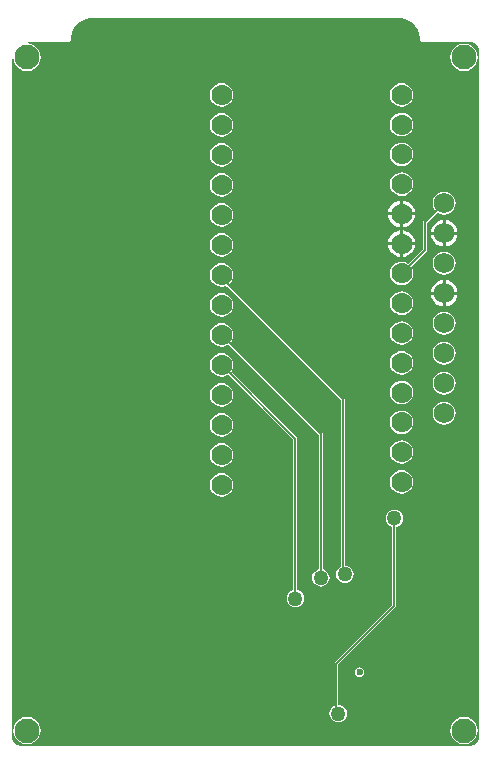
<source format=gbl>
G04*
G04 #@! TF.GenerationSoftware,Altium Limited,Altium Designer,20.1.14 (287)*
G04*
G04 Layer_Physical_Order=2*
G04 Layer_Color=16711680*
%FSLAX43Y43*%
%MOMM*%
G71*
G04*
G04 #@! TF.SameCoordinates,2B19F274-0338-4189-8154-59E22298D11E*
G04*
G04*
G04 #@! TF.FilePolarity,Positive*
G04*
G01*
G75*
%ADD11C,0.127*%
%ADD62C,1.750*%
%ADD63C,1.778*%
%ADD64C,2.100*%
%ADD65C,0.600*%
%ADD66C,1.270*%
G36*
X6482Y61724D02*
X6156Y61589D01*
X5862Y61392D01*
X5613Y61143D01*
X5416Y60849D01*
X5281Y60523D01*
X5212Y60176D01*
Y60000D01*
X5196Y59921D01*
X5152Y59853D01*
X5084Y59808D01*
X5005Y59793D01*
X1712D01*
X1712Y59793D01*
X1712Y59793D01*
X1712Y59793D01*
X1652Y59793D01*
X1629Y59772D01*
X1672Y59638D01*
X1805Y59620D01*
X2085Y59505D01*
X2325Y59320D01*
X2510Y59080D01*
X2625Y58800D01*
X2665Y58500D01*
X2625Y58200D01*
X2510Y57920D01*
X2325Y57680D01*
X2085Y57495D01*
X1805Y57380D01*
X1505Y57340D01*
X1205Y57380D01*
X925Y57495D01*
X685Y57680D01*
X500Y57920D01*
X385Y58200D01*
X367Y58333D01*
X233Y58376D01*
X212Y58353D01*
X212Y58293D01*
X212Y1000D01*
Y922D01*
X243Y769D01*
X302Y624D01*
X389Y495D01*
X500Y384D01*
X630Y297D01*
X774Y238D01*
X927Y207D01*
X39083D01*
X39236Y238D01*
X39381Y297D01*
X39510Y384D01*
X39621Y495D01*
X39708Y624D01*
X39767Y769D01*
X39798Y922D01*
Y1000D01*
Y59000D01*
Y59078D01*
X39767Y59231D01*
X39708Y59375D01*
X39621Y59505D01*
X39510Y59616D01*
X39381Y59702D01*
X39236Y59762D01*
X39083Y59793D01*
X35005D01*
X34926Y59808D01*
X34859Y59853D01*
X34814Y59921D01*
X34798Y60000D01*
Y60176D01*
X34729Y60523D01*
X34594Y60849D01*
X34398Y61143D01*
X34148Y61392D01*
X33854Y61589D01*
X33528Y61724D01*
X33182Y61793D01*
X6828D01*
X6482Y61724D01*
D02*
G37*
%LPC*%
G36*
X38505Y59660D02*
X38805Y59620D01*
X39085Y59505D01*
X39325Y59320D01*
X39509Y59080D01*
X39625Y58800D01*
X39665Y58500D01*
X39625Y58200D01*
X39509Y57920D01*
X39325Y57680D01*
X39085Y57495D01*
X38805Y57380D01*
X38505Y57340D01*
X38205Y57380D01*
X37925Y57495D01*
X37685Y57680D01*
X37500Y57920D01*
X37384Y58200D01*
X37345Y58500D01*
X37384Y58800D01*
X37500Y59080D01*
X37685Y59320D01*
X37925Y59505D01*
X38205Y59620D01*
X38505Y59660D01*
D02*
G37*
G36*
X17983Y56319D02*
X18241Y56285D01*
X18482Y56185D01*
X18689Y56027D01*
X18847Y55820D01*
X18947Y55579D01*
X18981Y55321D01*
X18947Y55063D01*
X18847Y54822D01*
X18689Y54616D01*
X18482Y54457D01*
X18241Y54358D01*
X17983Y54324D01*
X17725Y54358D01*
X17484Y54457D01*
X17278Y54616D01*
X17119Y54822D01*
X17020Y55063D01*
X16986Y55321D01*
X17020Y55579D01*
X17119Y55820D01*
X17278Y56027D01*
X17484Y56185D01*
X17725Y56285D01*
X17983Y56319D01*
D02*
G37*
G36*
X33223D02*
X33481Y56285D01*
X33722Y56185D01*
X33929Y56027D01*
X34087Y55820D01*
X34187Y55579D01*
X34221Y55321D01*
X34187Y55063D01*
X34087Y54822D01*
X33929Y54616D01*
X33722Y54457D01*
X33481Y54358D01*
X33223Y54324D01*
X32965Y54358D01*
X32724Y54457D01*
X32518Y54616D01*
X32359Y54822D01*
X32260Y55063D01*
X32226Y55321D01*
X32260Y55579D01*
X32359Y55820D01*
X32518Y56027D01*
X32724Y56185D01*
X32965Y56285D01*
X33223Y56319D01*
D02*
G37*
G36*
Y53798D02*
X33481Y53764D01*
X33722Y53665D01*
X33929Y53506D01*
X34087Y53300D01*
X34187Y53059D01*
X34221Y52801D01*
X34187Y52543D01*
X34087Y52302D01*
X33929Y52095D01*
X33722Y51937D01*
X33481Y51837D01*
X33223Y51803D01*
X32965Y51837D01*
X32724Y51937D01*
X32518Y52095D01*
X32359Y52302D01*
X32260Y52543D01*
X32226Y52801D01*
X32260Y53059D01*
X32359Y53300D01*
X32518Y53506D01*
X32724Y53665D01*
X32965Y53764D01*
X33223Y53798D01*
D02*
G37*
G36*
X17983Y53779D02*
X18241Y53745D01*
X18482Y53645D01*
X18689Y53487D01*
X18847Y53280D01*
X18947Y53039D01*
X18981Y52781D01*
X18947Y52523D01*
X18847Y52282D01*
X18689Y52076D01*
X18482Y51917D01*
X18241Y51818D01*
X17983Y51784D01*
X17725Y51818D01*
X17484Y51917D01*
X17278Y52076D01*
X17119Y52282D01*
X17020Y52523D01*
X16986Y52781D01*
X17020Y53039D01*
X17119Y53280D01*
X17278Y53487D01*
X17484Y53645D01*
X17725Y53745D01*
X17983Y53779D01*
D02*
G37*
G36*
X33223Y51278D02*
X33481Y51244D01*
X33722Y51144D01*
X33929Y50986D01*
X34087Y50779D01*
X34187Y50539D01*
X34221Y50280D01*
X34187Y50022D01*
X34087Y49782D01*
X33929Y49575D01*
X33722Y49416D01*
X33481Y49317D01*
X33223Y49283D01*
X32965Y49317D01*
X32724Y49416D01*
X32518Y49575D01*
X32359Y49782D01*
X32260Y50022D01*
X32226Y50280D01*
X32260Y50539D01*
X32359Y50779D01*
X32518Y50986D01*
X32724Y51144D01*
X32965Y51244D01*
X33223Y51278D01*
D02*
G37*
G36*
X17983Y51239D02*
X18241Y51205D01*
X18482Y51105D01*
X18689Y50947D01*
X18847Y50740D01*
X18947Y50499D01*
X18981Y50241D01*
X18947Y49983D01*
X18847Y49742D01*
X18689Y49536D01*
X18482Y49377D01*
X18241Y49278D01*
X17983Y49244D01*
X17725Y49278D01*
X17484Y49377D01*
X17278Y49536D01*
X17119Y49742D01*
X17020Y49983D01*
X16986Y50241D01*
X17020Y50499D01*
X17119Y50740D01*
X17278Y50947D01*
X17484Y51105D01*
X17725Y51205D01*
X17983Y51239D01*
D02*
G37*
G36*
X33223Y48757D02*
X33481Y48723D01*
X33722Y48624D01*
X33929Y48465D01*
X34087Y48259D01*
X34187Y48018D01*
X34221Y47760D01*
X34187Y47502D01*
X34087Y47261D01*
X33929Y47055D01*
X33722Y46896D01*
X33481Y46796D01*
X33223Y46762D01*
X32965Y46796D01*
X32724Y46896D01*
X32518Y47055D01*
X32359Y47261D01*
X32260Y47502D01*
X32226Y47760D01*
X32260Y48018D01*
X32359Y48259D01*
X32518Y48465D01*
X32724Y48624D01*
X32965Y48723D01*
X33223Y48757D01*
D02*
G37*
G36*
X17983Y48699D02*
X18241Y48665D01*
X18482Y48565D01*
X18689Y48407D01*
X18847Y48200D01*
X18947Y47959D01*
X18981Y47701D01*
X18947Y47443D01*
X18847Y47202D01*
X18689Y46996D01*
X18482Y46837D01*
X18241Y46738D01*
X17983Y46704D01*
X17725Y46738D01*
X17484Y46837D01*
X17278Y46996D01*
X17119Y47202D01*
X17020Y47443D01*
X16986Y47701D01*
X17020Y47959D01*
X17119Y48200D01*
X17278Y48407D01*
X17484Y48565D01*
X17725Y48665D01*
X17983Y48699D01*
D02*
G37*
G36*
X33096Y46376D02*
Y45366D01*
X32087D01*
X32110Y45538D01*
X32225Y45816D01*
X32408Y46055D01*
X32647Y46238D01*
X32925Y46353D01*
X33096Y46376D01*
D02*
G37*
G36*
X33350D02*
X33522Y46353D01*
X33800Y46238D01*
X34038Y46055D01*
X34222Y45816D01*
X34337Y45538D01*
X34359Y45366D01*
X33350D01*
Y46376D01*
D02*
G37*
G36*
X17983Y46159D02*
X18241Y46125D01*
X18482Y46025D01*
X18689Y45867D01*
X18847Y45660D01*
X18947Y45419D01*
X18981Y45161D01*
X18947Y44903D01*
X18847Y44662D01*
X18689Y44456D01*
X18482Y44297D01*
X18241Y44198D01*
X17983Y44164D01*
X17725Y44198D01*
X17484Y44297D01*
X17278Y44456D01*
X17119Y44662D01*
X17020Y44903D01*
X16986Y45161D01*
X17020Y45419D01*
X17119Y45660D01*
X17278Y45867D01*
X17484Y46025D01*
X17725Y46125D01*
X17983Y46159D01*
D02*
G37*
G36*
X32087Y45112D02*
X33096D01*
Y44103D01*
X32925Y44126D01*
X32647Y44241D01*
X32408Y44424D01*
X32225Y44663D01*
X32110Y44941D01*
X32087Y45112D01*
D02*
G37*
G36*
X33350D02*
X34359D01*
X34337Y44941D01*
X34222Y44663D01*
X34038Y44424D01*
X33800Y44241D01*
X33522Y44126D01*
X33350Y44103D01*
Y45112D01*
D02*
G37*
G36*
X36703Y44734D02*
Y43739D01*
X35708D01*
X35730Y43907D01*
X35844Y44181D01*
X36025Y44417D01*
X36261Y44598D01*
X36535Y44712D01*
X36703Y44734D01*
D02*
G37*
G36*
X36957D02*
X37125Y44712D01*
X37399Y44598D01*
X37635Y44417D01*
X37816Y44181D01*
X37930Y43907D01*
X37952Y43739D01*
X36957D01*
Y44734D01*
D02*
G37*
G36*
X33096Y43855D02*
Y42846D01*
X32087D01*
X32110Y43017D01*
X32225Y43295D01*
X32408Y43534D01*
X32647Y43717D01*
X32925Y43833D01*
X33096Y43855D01*
D02*
G37*
G36*
X33350D02*
X33522Y43833D01*
X33800Y43717D01*
X34038Y43534D01*
X34222Y43295D01*
X34337Y43017D01*
X34359Y42846D01*
X33350D01*
Y43855D01*
D02*
G37*
G36*
X35708Y43485D02*
X36703D01*
Y42490D01*
X36535Y42512D01*
X36261Y42626D01*
X36025Y42807D01*
X35844Y43042D01*
X35730Y43317D01*
X35708Y43485D01*
D02*
G37*
G36*
X36957D02*
X37952D01*
X37930Y43317D01*
X37816Y43042D01*
X37635Y42807D01*
X37399Y42626D01*
X37125Y42512D01*
X36957Y42490D01*
Y43485D01*
D02*
G37*
G36*
X17983Y43619D02*
X18241Y43585D01*
X18482Y43485D01*
X18689Y43327D01*
X18847Y43120D01*
X18947Y42879D01*
X18981Y42621D01*
X18947Y42363D01*
X18847Y42122D01*
X18689Y41916D01*
X18482Y41757D01*
X18241Y41658D01*
X17983Y41624D01*
X17725Y41658D01*
X17484Y41757D01*
X17278Y41916D01*
X17119Y42122D01*
X17020Y42363D01*
X16986Y42621D01*
X17020Y42879D01*
X17119Y43120D01*
X17278Y43327D01*
X17484Y43485D01*
X17725Y43585D01*
X17983Y43619D01*
D02*
G37*
G36*
X32087Y42592D02*
X33096D01*
Y41583D01*
X32925Y41605D01*
X32647Y41721D01*
X32408Y41904D01*
X32225Y42143D01*
X32110Y42421D01*
X32087Y42592D01*
D02*
G37*
G36*
X33350D02*
X34359D01*
X34337Y42421D01*
X34222Y42143D01*
X34038Y41904D01*
X33800Y41721D01*
X33522Y41605D01*
X33350Y41583D01*
Y42592D01*
D02*
G37*
G36*
X36830Y42055D02*
X37085Y42022D01*
X37322Y41923D01*
X37525Y41767D01*
X37682Y41564D01*
X37780Y41326D01*
X37813Y41072D01*
X37780Y40817D01*
X37682Y40580D01*
X37525Y40376D01*
X37322Y40220D01*
X37085Y40122D01*
X36830Y40088D01*
X36575Y40122D01*
X36338Y40220D01*
X36135Y40376D01*
X35978Y40580D01*
X35880Y40817D01*
X35847Y41072D01*
X35880Y41326D01*
X35978Y41564D01*
X36135Y41767D01*
X36338Y41923D01*
X36575Y42022D01*
X36830Y42055D01*
D02*
G37*
G36*
Y47135D02*
X37085Y47102D01*
X37322Y47003D01*
X37525Y46847D01*
X37682Y46644D01*
X37780Y46406D01*
X37813Y46152D01*
X37780Y45897D01*
X37682Y45660D01*
X37525Y45456D01*
X37322Y45300D01*
X37085Y45202D01*
X36830Y45168D01*
X36575Y45202D01*
X36338Y45300D01*
X36268Y45354D01*
X35396Y44483D01*
Y42205D01*
X35384Y42141D01*
X35348Y42087D01*
X34031Y40771D01*
X34087Y40697D01*
X34187Y40457D01*
X34221Y40199D01*
X34187Y39940D01*
X34087Y39700D01*
X33929Y39493D01*
X33722Y39335D01*
X33481Y39235D01*
X33223Y39201D01*
X32965Y39235D01*
X32724Y39335D01*
X32518Y39493D01*
X32359Y39700D01*
X32260Y39940D01*
X32226Y40199D01*
X32260Y40457D01*
X32359Y40697D01*
X32518Y40904D01*
X32724Y41062D01*
X32965Y41162D01*
X33223Y41196D01*
X33481Y41162D01*
X33722Y41062D01*
X33795Y41006D01*
X35063Y42274D01*
Y44552D01*
X35076Y44615D01*
X35112Y44669D01*
X36032Y45590D01*
X35978Y45660D01*
X35880Y45897D01*
X35847Y46152D01*
X35880Y46406D01*
X35978Y46644D01*
X36135Y46847D01*
X36338Y47003D01*
X36575Y47102D01*
X36830Y47135D01*
D02*
G37*
G36*
X17983Y41079D02*
X18241Y41045D01*
X18482Y40945D01*
X18689Y40787D01*
X18847Y40580D01*
X18947Y40339D01*
X18981Y40081D01*
X18947Y39823D01*
X18847Y39582D01*
X18689Y39376D01*
X18686Y39339D01*
X28346Y29679D01*
X28382Y29625D01*
X28395Y29561D01*
Y15497D01*
X28423Y15473D01*
X28614Y15448D01*
X28793Y15374D01*
X28947Y15256D01*
X29065Y15103D01*
X29139Y14924D01*
X29164Y14732D01*
X29139Y14540D01*
X29065Y14361D01*
X28947Y14208D01*
X28793Y14090D01*
X28614Y14016D01*
X28423Y13991D01*
X28231Y14016D01*
X28052Y14090D01*
X27898Y14208D01*
X27781Y14361D01*
X27707Y14540D01*
X27681Y14732D01*
X27707Y14924D01*
X27781Y15103D01*
X27898Y15256D01*
X28052Y15374D01*
X28062Y15378D01*
Y29492D01*
X18379Y39175D01*
X18241Y39118D01*
X17983Y39084D01*
X17725Y39118D01*
X17484Y39217D01*
X17278Y39376D01*
X17119Y39582D01*
X17020Y39823D01*
X16986Y40081D01*
X17020Y40339D01*
X17119Y40580D01*
X17278Y40787D01*
X17484Y40945D01*
X17725Y41045D01*
X17983Y41079D01*
D02*
G37*
G36*
X36703Y39654D02*
Y38659D01*
X35708D01*
X35730Y38827D01*
X35844Y39101D01*
X36025Y39337D01*
X36261Y39518D01*
X36535Y39632D01*
X36703Y39654D01*
D02*
G37*
G36*
X36957D02*
X37125Y39632D01*
X37399Y39518D01*
X37635Y39337D01*
X37816Y39101D01*
X37930Y38827D01*
X37952Y38659D01*
X36957D01*
Y39654D01*
D02*
G37*
G36*
X35708Y38405D02*
X36703D01*
Y37410D01*
X36535Y37432D01*
X36261Y37546D01*
X36025Y37727D01*
X35844Y37962D01*
X35730Y38237D01*
X35708Y38405D01*
D02*
G37*
G36*
X36957D02*
X37952D01*
X37930Y38237D01*
X37816Y37962D01*
X37635Y37727D01*
X37399Y37546D01*
X37125Y37432D01*
X36957Y37410D01*
Y38405D01*
D02*
G37*
G36*
X33223Y38676D02*
X33481Y38642D01*
X33722Y38542D01*
X33929Y38383D01*
X34087Y38177D01*
X34187Y37936D01*
X34221Y37678D01*
X34187Y37420D01*
X34087Y37179D01*
X33929Y36973D01*
X33722Y36814D01*
X33481Y36715D01*
X33223Y36681D01*
X32965Y36715D01*
X32724Y36814D01*
X32518Y36973D01*
X32359Y37179D01*
X32260Y37420D01*
X32226Y37678D01*
X32260Y37936D01*
X32359Y38177D01*
X32518Y38383D01*
X32724Y38542D01*
X32965Y38642D01*
X33223Y38676D01*
D02*
G37*
G36*
X17983Y38539D02*
X18241Y38505D01*
X18482Y38405D01*
X18689Y38247D01*
X18847Y38040D01*
X18947Y37799D01*
X18981Y37541D01*
X18947Y37283D01*
X18847Y37042D01*
X18689Y36836D01*
X18482Y36677D01*
X18241Y36578D01*
X17983Y36544D01*
X17725Y36578D01*
X17484Y36677D01*
X17278Y36836D01*
X17119Y37042D01*
X17020Y37283D01*
X16986Y37541D01*
X17020Y37799D01*
X17119Y38040D01*
X17278Y38247D01*
X17484Y38405D01*
X17725Y38505D01*
X17983Y38539D01*
D02*
G37*
G36*
X36830Y36975D02*
X37085Y36942D01*
X37322Y36843D01*
X37525Y36687D01*
X37682Y36484D01*
X37780Y36246D01*
X37813Y35992D01*
X37780Y35737D01*
X37682Y35500D01*
X37525Y35296D01*
X37322Y35140D01*
X37085Y35042D01*
X36830Y35008D01*
X36575Y35042D01*
X36338Y35140D01*
X36135Y35296D01*
X35978Y35500D01*
X35880Y35737D01*
X35847Y35992D01*
X35880Y36246D01*
X35978Y36484D01*
X36135Y36687D01*
X36338Y36843D01*
X36575Y36942D01*
X36830Y36975D01*
D02*
G37*
G36*
X33223Y36155D02*
X33481Y36121D01*
X33722Y36022D01*
X33929Y35863D01*
X34087Y35656D01*
X34187Y35416D01*
X34221Y35158D01*
X34187Y34899D01*
X34087Y34659D01*
X33929Y34452D01*
X33722Y34294D01*
X33481Y34194D01*
X33223Y34160D01*
X32965Y34194D01*
X32724Y34294D01*
X32518Y34452D01*
X32359Y34659D01*
X32260Y34899D01*
X32226Y35158D01*
X32260Y35416D01*
X32359Y35656D01*
X32518Y35863D01*
X32724Y36022D01*
X32965Y36121D01*
X33223Y36155D01*
D02*
G37*
G36*
X17983Y35999D02*
X18241Y35965D01*
X18482Y35865D01*
X18689Y35707D01*
X18847Y35500D01*
X18947Y35259D01*
X18981Y35001D01*
X18947Y34743D01*
X18847Y34502D01*
X18791Y34429D01*
X26508Y26712D01*
X26545Y26658D01*
X26557Y26594D01*
Y15147D01*
X26582Y15143D01*
X26761Y15069D01*
X26915Y14951D01*
X27033Y14798D01*
X27107Y14619D01*
X27132Y14427D01*
X27107Y14235D01*
X27033Y14057D01*
X26915Y13903D01*
X26761Y13785D01*
X26582Y13711D01*
X26391Y13686D01*
X26199Y13711D01*
X26020Y13785D01*
X25866Y13903D01*
X25749Y14057D01*
X25675Y14235D01*
X25649Y14427D01*
X25675Y14619D01*
X25749Y14798D01*
X25866Y14951D01*
X26020Y15069D01*
X26199Y15143D01*
X26224Y15147D01*
Y26525D01*
X18555Y34193D01*
X18482Y34137D01*
X18241Y34038D01*
X17983Y34004D01*
X17725Y34038D01*
X17484Y34137D01*
X17278Y34296D01*
X17119Y34502D01*
X17020Y34743D01*
X16986Y35001D01*
X17020Y35259D01*
X17119Y35500D01*
X17278Y35707D01*
X17484Y35865D01*
X17725Y35965D01*
X17983Y35999D01*
D02*
G37*
G36*
X36830Y34435D02*
X37085Y34402D01*
X37322Y34303D01*
X37525Y34147D01*
X37682Y33944D01*
X37780Y33706D01*
X37813Y33452D01*
X37780Y33197D01*
X37682Y32960D01*
X37525Y32756D01*
X37322Y32600D01*
X37085Y32502D01*
X36830Y32468D01*
X36575Y32502D01*
X36338Y32600D01*
X36135Y32756D01*
X35978Y32960D01*
X35880Y33197D01*
X35847Y33452D01*
X35880Y33706D01*
X35978Y33944D01*
X36135Y34147D01*
X36338Y34303D01*
X36575Y34402D01*
X36830Y34435D01*
D02*
G37*
G36*
X33223Y33634D02*
X33481Y33601D01*
X33722Y33501D01*
X33929Y33342D01*
X34087Y33136D01*
X34187Y32895D01*
X34221Y32637D01*
X34187Y32379D01*
X34087Y32138D01*
X33929Y31932D01*
X33722Y31773D01*
X33481Y31673D01*
X33223Y31639D01*
X32965Y31673D01*
X32724Y31773D01*
X32518Y31932D01*
X32359Y32138D01*
X32260Y32379D01*
X32226Y32637D01*
X32260Y32895D01*
X32359Y33136D01*
X32518Y33342D01*
X32724Y33501D01*
X32965Y33601D01*
X33223Y33634D01*
D02*
G37*
G36*
X17983Y33459D02*
X18241Y33425D01*
X18482Y33325D01*
X18689Y33167D01*
X18847Y32960D01*
X18947Y32719D01*
X18981Y32461D01*
X18947Y32203D01*
X18847Y31962D01*
X18791Y31889D01*
X24349Y26331D01*
X24386Y26277D01*
X24398Y26213D01*
Y13387D01*
X24423Y13384D01*
X24602Y13310D01*
X24756Y13192D01*
X24874Y13038D01*
X24948Y12859D01*
X24973Y12668D01*
X24948Y12476D01*
X24874Y12297D01*
X24756Y12143D01*
X24602Y12026D01*
X24423Y11952D01*
X24232Y11926D01*
X24040Y11952D01*
X23861Y12026D01*
X23707Y12143D01*
X23590Y12297D01*
X23516Y12476D01*
X23490Y12668D01*
X23516Y12859D01*
X23590Y13038D01*
X23707Y13192D01*
X23861Y13310D01*
X24040Y13384D01*
X24065Y13387D01*
Y26144D01*
X18555Y31653D01*
X18482Y31597D01*
X18241Y31498D01*
X17983Y31464D01*
X17725Y31498D01*
X17484Y31597D01*
X17278Y31756D01*
X17119Y31962D01*
X17020Y32203D01*
X16986Y32461D01*
X17020Y32719D01*
X17119Y32960D01*
X17278Y33167D01*
X17484Y33325D01*
X17725Y33425D01*
X17983Y33459D01*
D02*
G37*
G36*
X36830Y31895D02*
X37085Y31862D01*
X37322Y31763D01*
X37525Y31607D01*
X37682Y31404D01*
X37780Y31166D01*
X37813Y30912D01*
X37780Y30657D01*
X37682Y30420D01*
X37525Y30216D01*
X37322Y30060D01*
X37085Y29962D01*
X36830Y29928D01*
X36575Y29962D01*
X36338Y30060D01*
X36135Y30216D01*
X35978Y30420D01*
X35880Y30657D01*
X35847Y30912D01*
X35880Y31166D01*
X35978Y31404D01*
X36135Y31607D01*
X36338Y31763D01*
X36575Y31862D01*
X36830Y31895D01*
D02*
G37*
G36*
X33223Y31114D02*
X33481Y31080D01*
X33722Y30980D01*
X33929Y30822D01*
X34087Y30615D01*
X34187Y30375D01*
X34221Y30117D01*
X34187Y29858D01*
X34087Y29618D01*
X33929Y29411D01*
X33722Y29253D01*
X33481Y29153D01*
X33223Y29119D01*
X32965Y29153D01*
X32724Y29253D01*
X32518Y29411D01*
X32359Y29618D01*
X32260Y29858D01*
X32226Y30117D01*
X32260Y30375D01*
X32359Y30615D01*
X32518Y30822D01*
X32724Y30980D01*
X32965Y31080D01*
X33223Y31114D01*
D02*
G37*
G36*
X17983Y30919D02*
X18241Y30885D01*
X18482Y30785D01*
X18689Y30627D01*
X18847Y30420D01*
X18947Y30179D01*
X18981Y29921D01*
X18947Y29663D01*
X18847Y29422D01*
X18689Y29216D01*
X18482Y29057D01*
X18241Y28958D01*
X17983Y28924D01*
X17725Y28958D01*
X17484Y29057D01*
X17278Y29216D01*
X17119Y29422D01*
X17020Y29663D01*
X16986Y29921D01*
X17020Y30179D01*
X17119Y30420D01*
X17278Y30627D01*
X17484Y30785D01*
X17725Y30885D01*
X17983Y30919D01*
D02*
G37*
G36*
X36830Y29355D02*
X37085Y29322D01*
X37322Y29223D01*
X37525Y29067D01*
X37682Y28864D01*
X37780Y28626D01*
X37813Y28372D01*
X37780Y28117D01*
X37682Y27880D01*
X37525Y27676D01*
X37322Y27520D01*
X37085Y27422D01*
X36830Y27388D01*
X36575Y27422D01*
X36338Y27520D01*
X36135Y27676D01*
X35978Y27880D01*
X35880Y28117D01*
X35847Y28372D01*
X35880Y28626D01*
X35978Y28864D01*
X36135Y29067D01*
X36338Y29223D01*
X36575Y29322D01*
X36830Y29355D01*
D02*
G37*
G36*
X33223Y28594D02*
X33481Y28560D01*
X33722Y28460D01*
X33929Y28301D01*
X34087Y28095D01*
X34187Y27854D01*
X34221Y27596D01*
X34187Y27338D01*
X34087Y27097D01*
X33929Y26891D01*
X33722Y26732D01*
X33481Y26633D01*
X33223Y26599D01*
X32965Y26633D01*
X32724Y26732D01*
X32518Y26891D01*
X32359Y27097D01*
X32260Y27338D01*
X32226Y27596D01*
X32260Y27854D01*
X32359Y28095D01*
X32518Y28301D01*
X32724Y28460D01*
X32965Y28560D01*
X33223Y28594D01*
D02*
G37*
G36*
X17983Y28379D02*
X18241Y28345D01*
X18482Y28245D01*
X18689Y28087D01*
X18847Y27880D01*
X18947Y27639D01*
X18981Y27381D01*
X18947Y27123D01*
X18847Y26882D01*
X18689Y26676D01*
X18482Y26517D01*
X18241Y26418D01*
X17983Y26384D01*
X17725Y26418D01*
X17484Y26517D01*
X17278Y26676D01*
X17119Y26882D01*
X17020Y27123D01*
X16986Y27381D01*
X17020Y27639D01*
X17119Y27880D01*
X17278Y28087D01*
X17484Y28245D01*
X17725Y28345D01*
X17983Y28379D01*
D02*
G37*
G36*
X33223Y26073D02*
X33481Y26039D01*
X33722Y25940D01*
X33929Y25781D01*
X34087Y25574D01*
X34187Y25334D01*
X34221Y25076D01*
X34187Y24817D01*
X34087Y24577D01*
X33929Y24370D01*
X33722Y24212D01*
X33481Y24112D01*
X33223Y24078D01*
X32965Y24112D01*
X32724Y24212D01*
X32518Y24370D01*
X32359Y24577D01*
X32260Y24817D01*
X32226Y25076D01*
X32260Y25334D01*
X32359Y25574D01*
X32518Y25781D01*
X32724Y25940D01*
X32965Y26039D01*
X33223Y26073D01*
D02*
G37*
G36*
X17983Y25839D02*
X18241Y25805D01*
X18482Y25705D01*
X18689Y25547D01*
X18847Y25340D01*
X18947Y25099D01*
X18981Y24841D01*
X18947Y24583D01*
X18847Y24342D01*
X18689Y24136D01*
X18482Y23977D01*
X18241Y23878D01*
X17983Y23844D01*
X17725Y23878D01*
X17484Y23977D01*
X17278Y24136D01*
X17119Y24342D01*
X17020Y24583D01*
X16986Y24841D01*
X17020Y25099D01*
X17119Y25340D01*
X17278Y25547D01*
X17484Y25705D01*
X17725Y25805D01*
X17983Y25839D01*
D02*
G37*
G36*
X33223Y23553D02*
X33481Y23519D01*
X33722Y23419D01*
X33929Y23261D01*
X34087Y23054D01*
X34187Y22813D01*
X34221Y22555D01*
X34187Y22297D01*
X34087Y22056D01*
X33929Y21850D01*
X33722Y21691D01*
X33481Y21592D01*
X33223Y21558D01*
X32965Y21592D01*
X32724Y21691D01*
X32518Y21850D01*
X32359Y22056D01*
X32260Y22297D01*
X32226Y22555D01*
X32260Y22813D01*
X32359Y23054D01*
X32518Y23261D01*
X32724Y23419D01*
X32965Y23519D01*
X33223Y23553D01*
D02*
G37*
G36*
X17983Y23299D02*
X18241Y23265D01*
X18482Y23165D01*
X18689Y23007D01*
X18847Y22800D01*
X18947Y22559D01*
X18981Y22301D01*
X18947Y22043D01*
X18847Y21802D01*
X18689Y21596D01*
X18482Y21437D01*
X18241Y21338D01*
X17983Y21304D01*
X17725Y21338D01*
X17484Y21437D01*
X17278Y21596D01*
X17119Y21802D01*
X17020Y22043D01*
X16986Y22301D01*
X17020Y22559D01*
X17119Y22800D01*
X17278Y23007D01*
X17484Y23165D01*
X17725Y23265D01*
X17983Y23299D01*
D02*
G37*
G36*
X29667Y6859D02*
X29823Y6828D01*
X29956Y6740D01*
X30044Y6608D01*
X30075Y6452D01*
X30044Y6296D01*
X29956Y6163D01*
X29823Y6075D01*
X29667Y6044D01*
X29511Y6075D01*
X29379Y6163D01*
X29290Y6296D01*
X29259Y6452D01*
X29290Y6608D01*
X29379Y6740D01*
X29511Y6828D01*
X29667Y6859D01*
D02*
G37*
G36*
X32614Y20198D02*
X32805Y20172D01*
X32984Y20098D01*
X33138Y19981D01*
X33256Y19827D01*
X33330Y19648D01*
X33355Y19456D01*
X33330Y19265D01*
X33256Y19086D01*
X33138Y18932D01*
X32984Y18814D01*
X32805Y18740D01*
X32780Y18737D01*
Y12065D01*
X32768Y12001D01*
X32731Y11947D01*
X27878Y7094D01*
Y3671D01*
X28043Y3650D01*
X28222Y3576D01*
X28375Y3458D01*
X28493Y3304D01*
X28567Y3126D01*
X28592Y2934D01*
X28567Y2742D01*
X28493Y2563D01*
X28375Y2409D01*
X28222Y2292D01*
X28043Y2218D01*
X27851Y2192D01*
X27659Y2218D01*
X27480Y2292D01*
X27327Y2409D01*
X27209Y2563D01*
X27135Y2742D01*
X27110Y2934D01*
X27135Y3126D01*
X27209Y3304D01*
X27327Y3458D01*
X27480Y3576D01*
X27545Y3602D01*
Y7163D01*
X27557Y7227D01*
X27594Y7281D01*
X32447Y12134D01*
Y18737D01*
X32422Y18740D01*
X32243Y18814D01*
X32089Y18932D01*
X31972Y19086D01*
X31898Y19265D01*
X31872Y19456D01*
X31898Y19648D01*
X31972Y19827D01*
X32089Y19981D01*
X32243Y20098D01*
X32422Y20172D01*
X32614Y20198D01*
D02*
G37*
G36*
X1505Y2660D02*
X1805Y2621D01*
X2085Y2505D01*
X2325Y2320D01*
X2510Y2080D01*
X2625Y1800D01*
X2665Y1500D01*
X2625Y1200D01*
X2510Y920D01*
X2325Y680D01*
X2085Y496D01*
X1805Y380D01*
X1505Y340D01*
X1205Y380D01*
X925Y496D01*
X685Y680D01*
X500Y920D01*
X385Y1200D01*
X345Y1500D01*
X385Y1800D01*
X500Y2080D01*
X685Y2320D01*
X925Y2505D01*
X1205Y2621D01*
X1505Y2660D01*
D02*
G37*
G36*
X38505D02*
X38805Y2621D01*
X39085Y2505D01*
X39325Y2320D01*
X39509Y2080D01*
X39625Y1800D01*
X39665Y1500D01*
X39625Y1200D01*
X39509Y920D01*
X39325Y680D01*
X39085Y496D01*
X38805Y380D01*
X38505Y340D01*
X38205Y380D01*
X37925Y496D01*
X37685Y680D01*
X37500Y920D01*
X37384Y1200D01*
X37345Y1500D01*
X37384Y1800D01*
X37500Y2080D01*
X37685Y2320D01*
X37925Y2505D01*
X38205Y2621D01*
X38505Y2660D01*
D02*
G37*
%LPD*%
D11*
X27851Y2934D02*
X27711Y3073D01*
Y7163D01*
X32614Y12065D02*
Y19456D01*
Y12065D02*
X27711Y7163D01*
X36830Y35992D02*
X36686Y36136D01*
X28228Y14926D02*
Y29561D01*
X28423Y14732D02*
X28228Y14926D01*
X17983Y39807D02*
Y40081D01*
X28228Y29561D02*
X17983Y39807D01*
X24232Y26213D02*
X17983Y32461D01*
X26391Y14427D02*
Y26594D01*
X24232Y12668D02*
Y26213D01*
X26391Y26594D02*
X17983Y35001D01*
X35230Y42205D02*
Y44552D01*
X36830Y46152D02*
X35230Y44552D01*
Y42205D02*
X33223Y40199D01*
D62*
X36830Y28372D02*
D03*
Y30912D02*
D03*
Y33452D02*
D03*
Y46152D02*
D03*
Y43612D02*
D03*
Y41072D02*
D03*
Y38532D02*
D03*
Y35992D02*
D03*
D63*
X33223Y22555D02*
D03*
Y25076D02*
D03*
Y27596D02*
D03*
Y30117D02*
D03*
Y32637D02*
D03*
Y35158D02*
D03*
Y37678D02*
D03*
Y40199D02*
D03*
Y42719D02*
D03*
Y45239D02*
D03*
Y47760D02*
D03*
Y50280D02*
D03*
Y52801D02*
D03*
Y55321D02*
D03*
X17983Y22301D02*
D03*
Y24841D02*
D03*
Y27381D02*
D03*
Y29921D02*
D03*
Y32461D02*
D03*
Y35001D02*
D03*
Y37541D02*
D03*
Y40081D02*
D03*
Y42621D02*
D03*
Y45161D02*
D03*
Y50241D02*
D03*
Y52781D02*
D03*
Y55321D02*
D03*
Y47701D02*
D03*
D64*
X1505Y1500D02*
D03*
X38505D02*
D03*
Y58500D02*
D03*
X1505D02*
D03*
D65*
X29667Y6452D02*
D03*
X6401Y18237D02*
D03*
D66*
X27851Y2934D02*
D03*
X32614Y19456D02*
D03*
X26391Y14427D02*
D03*
X28423Y14732D02*
D03*
X24232Y12668D02*
D03*
M02*

</source>
